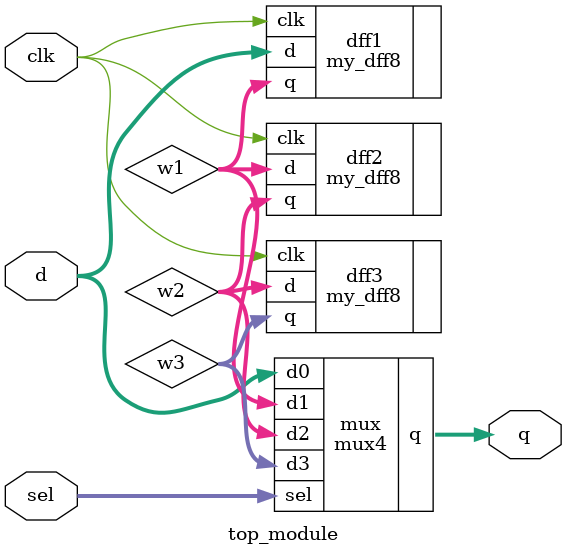
<source format=v>
module mux4(input [7:0] d0, d1, d2, d3, input [1:0] sel, output [7:0] q);
    // sop
    assign q = ({8{(~sel[0]) & (~sel[1])}} & d0) | ({8{(sel[0]) & (~sel[1])}} & d1) | ({8{(~sel[0]) & (sel[1])}} & d2) 
                                                                                      | ({8{(sel[0]) & (sel[1])}} & d3);
endmodule
module top_module ( 
    input clk, 
    input [7:0] d, 
    input [1:0] sel, 
    output [7:0] q 
);	
    wire [7:0] w1, w2, w3;
    my_dff8 dff1(.clk(clk), .d(d), .q(w1));
    my_dff8 dff2(.clk(clk), .d(w1), .q(w2));
    my_dff8 dff3(.clk(clk), .d(w2), .q(w3));
    
    mux4 mux(d, w1, w2, w3, sel, q); 
    
   
endmodule


</source>
